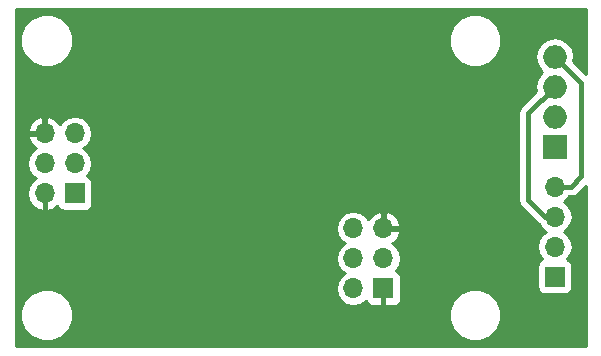
<source format=gbr>
G04 #@! TF.FileFunction,Copper,L2,Bot,Signal*
%FSLAX46Y46*%
G04 Gerber Fmt 4.6, Leading zero omitted, Abs format (unit mm)*
G04 Created by KiCad (PCBNEW 4.0.4-stable) date 02/21/17 16:43:53*
%MOMM*%
%LPD*%
G01*
G04 APERTURE LIST*
%ADD10C,0.100000*%
%ADD11R,1.700000X1.700000*%
%ADD12O,1.700000X1.700000*%
%ADD13O,1.998980X1.998980*%
%ADD14R,1.998980X1.998980*%
%ADD15C,0.400000*%
%ADD16C,0.250000*%
%ADD17C,0.254000*%
G04 APERTURE END LIST*
D10*
D11*
X46250000Y-44750000D03*
D12*
X43710000Y-44750000D03*
X46250000Y-42210000D03*
X43710000Y-42210000D03*
X46250000Y-39670000D03*
X43710000Y-39670000D03*
D11*
X20100000Y-36700000D03*
D12*
X17560000Y-36700000D03*
X20100000Y-34160000D03*
X17560000Y-34160000D03*
X20100000Y-31620000D03*
X17560000Y-31620000D03*
D13*
X60750000Y-25130000D03*
D14*
X60750000Y-32750000D03*
D13*
X60750000Y-30210000D03*
X60750000Y-27670000D03*
D11*
X60750000Y-43750000D03*
D12*
X60750000Y-41210000D03*
X60750000Y-38670000D03*
X60750000Y-36130000D03*
D15*
X46250000Y-44750000D02*
X46250000Y-46250000D01*
X17560000Y-38810000D02*
X17560000Y-36700000D01*
X25500000Y-46750000D02*
X17560000Y-38810000D01*
X45750000Y-46750000D02*
X25500000Y-46750000D01*
X46250000Y-46250000D02*
X45750000Y-46750000D01*
D16*
X60750000Y-38670000D02*
X59920000Y-38670000D01*
D15*
X59920000Y-38670000D02*
X58500000Y-37250000D01*
X58500000Y-37250000D02*
X58500000Y-29920000D01*
X58500000Y-29920000D02*
X60750000Y-27670000D01*
X60750000Y-36130000D02*
X62120000Y-36130000D01*
X63000000Y-27380000D02*
X60750000Y-25130000D01*
X63000000Y-35250000D02*
X63000000Y-27380000D01*
X62120000Y-36130000D02*
X63000000Y-35250000D01*
D17*
G36*
X63373000Y-26572131D02*
X62314542Y-25513674D01*
X62384490Y-25162022D01*
X62384490Y-25097978D01*
X62260072Y-24472486D01*
X61905759Y-23942219D01*
X61375492Y-23587906D01*
X60750000Y-23463488D01*
X60124508Y-23587906D01*
X59594241Y-23942219D01*
X59239928Y-24472486D01*
X59115510Y-25097978D01*
X59115510Y-25162022D01*
X59239928Y-25787514D01*
X59594241Y-26317781D01*
X59717290Y-26400000D01*
X59594241Y-26482219D01*
X59239928Y-27012486D01*
X59115510Y-27637978D01*
X59115510Y-27702022D01*
X59185458Y-28053674D01*
X57909566Y-29329566D01*
X57728561Y-29600459D01*
X57665000Y-29920000D01*
X57665000Y-37250000D01*
X57728561Y-37569541D01*
X57758936Y-37615000D01*
X57909566Y-37840434D01*
X59329566Y-39260434D01*
X59391313Y-39301692D01*
X59670853Y-39720054D01*
X60000026Y-39940000D01*
X59670853Y-40159946D01*
X59348946Y-40641715D01*
X59235907Y-41210000D01*
X59348946Y-41778285D01*
X59670853Y-42260054D01*
X59712452Y-42287850D01*
X59664683Y-42296838D01*
X59448559Y-42435910D01*
X59303569Y-42648110D01*
X59252560Y-42900000D01*
X59252560Y-44600000D01*
X59296838Y-44835317D01*
X59435910Y-45051441D01*
X59648110Y-45196431D01*
X59900000Y-45247440D01*
X61600000Y-45247440D01*
X61835317Y-45203162D01*
X62051441Y-45064090D01*
X62196431Y-44851890D01*
X62247440Y-44600000D01*
X62247440Y-42900000D01*
X62203162Y-42664683D01*
X62064090Y-42448559D01*
X61851890Y-42303569D01*
X61784459Y-42289914D01*
X61829147Y-42260054D01*
X62151054Y-41778285D01*
X62264093Y-41210000D01*
X62151054Y-40641715D01*
X61829147Y-40159946D01*
X61499974Y-39940000D01*
X61829147Y-39720054D01*
X62151054Y-39238285D01*
X62264093Y-38670000D01*
X62151054Y-38101715D01*
X61829147Y-37619946D01*
X61499974Y-37400000D01*
X61829147Y-37180054D01*
X61972841Y-36965000D01*
X62120000Y-36965000D01*
X62439541Y-36901439D01*
X62710434Y-36720434D01*
X63373000Y-36057868D01*
X63373000Y-49623000D01*
X15127000Y-49623000D01*
X15127000Y-47442619D01*
X15514613Y-47442619D01*
X15854155Y-48264372D01*
X16482321Y-48893636D01*
X17303481Y-49234611D01*
X18192619Y-49235387D01*
X19014372Y-48895845D01*
X19643636Y-48267679D01*
X19984611Y-47446519D01*
X19984614Y-47442619D01*
X51764613Y-47442619D01*
X52104155Y-48264372D01*
X52732321Y-48893636D01*
X53553481Y-49234611D01*
X54442619Y-49235387D01*
X55264372Y-48895845D01*
X55893636Y-48267679D01*
X56234611Y-47446519D01*
X56235387Y-46557381D01*
X55895845Y-45735628D01*
X55267679Y-45106364D01*
X54446519Y-44765389D01*
X53557381Y-44764613D01*
X52735628Y-45104155D01*
X52106364Y-45732321D01*
X51765389Y-46553481D01*
X51764613Y-47442619D01*
X19984614Y-47442619D01*
X19985387Y-46557381D01*
X19645845Y-45735628D01*
X19017679Y-45106364D01*
X18196519Y-44765389D01*
X17307381Y-44764613D01*
X16485628Y-45104155D01*
X15856364Y-45732321D01*
X15515389Y-46553481D01*
X15514613Y-47442619D01*
X15127000Y-47442619D01*
X15127000Y-39670000D01*
X42195907Y-39670000D01*
X42308946Y-40238285D01*
X42630853Y-40720054D01*
X42960026Y-40940000D01*
X42630853Y-41159946D01*
X42308946Y-41641715D01*
X42195907Y-42210000D01*
X42308946Y-42778285D01*
X42630853Y-43260054D01*
X42960026Y-43480000D01*
X42630853Y-43699946D01*
X42308946Y-44181715D01*
X42195907Y-44750000D01*
X42308946Y-45318285D01*
X42630853Y-45800054D01*
X43112622Y-46121961D01*
X43680907Y-46235000D01*
X43739093Y-46235000D01*
X44307378Y-46121961D01*
X44789147Y-45800054D01*
X44789971Y-45798821D01*
X44796838Y-45835317D01*
X44935910Y-46051441D01*
X45148110Y-46196431D01*
X45400000Y-46247440D01*
X47100000Y-46247440D01*
X47335317Y-46203162D01*
X47551441Y-46064090D01*
X47696431Y-45851890D01*
X47747440Y-45600000D01*
X47747440Y-43900000D01*
X47703162Y-43664683D01*
X47564090Y-43448559D01*
X47351890Y-43303569D01*
X47284459Y-43289914D01*
X47329147Y-43260054D01*
X47651054Y-42778285D01*
X47764093Y-42210000D01*
X47651054Y-41641715D01*
X47329147Y-41159946D01*
X46988447Y-40932298D01*
X47131358Y-40865183D01*
X47521645Y-40436924D01*
X47691476Y-40026890D01*
X47570155Y-39797000D01*
X46377000Y-39797000D01*
X46377000Y-39817000D01*
X46123000Y-39817000D01*
X46123000Y-39797000D01*
X46103000Y-39797000D01*
X46103000Y-39543000D01*
X46123000Y-39543000D01*
X46123000Y-38349181D01*
X46377000Y-38349181D01*
X46377000Y-39543000D01*
X47570155Y-39543000D01*
X47691476Y-39313110D01*
X47521645Y-38903076D01*
X47131358Y-38474817D01*
X46606892Y-38228514D01*
X46377000Y-38349181D01*
X46123000Y-38349181D01*
X45893108Y-38228514D01*
X45368642Y-38474817D01*
X44978355Y-38903076D01*
X44978345Y-38903101D01*
X44789147Y-38619946D01*
X44307378Y-38298039D01*
X43739093Y-38185000D01*
X43680907Y-38185000D01*
X43112622Y-38298039D01*
X42630853Y-38619946D01*
X42308946Y-39101715D01*
X42195907Y-39670000D01*
X15127000Y-39670000D01*
X15127000Y-34160000D01*
X16045907Y-34160000D01*
X16158946Y-34728285D01*
X16480853Y-35210054D01*
X16810026Y-35430000D01*
X16480853Y-35649946D01*
X16158946Y-36131715D01*
X16045907Y-36700000D01*
X16158946Y-37268285D01*
X16480853Y-37750054D01*
X16962622Y-38071961D01*
X17530907Y-38185000D01*
X17589093Y-38185000D01*
X18157378Y-38071961D01*
X18639147Y-37750054D01*
X18639971Y-37748821D01*
X18646838Y-37785317D01*
X18785910Y-38001441D01*
X18998110Y-38146431D01*
X19250000Y-38197440D01*
X20950000Y-38197440D01*
X21185317Y-38153162D01*
X21401441Y-38014090D01*
X21546431Y-37801890D01*
X21597440Y-37550000D01*
X21597440Y-35850000D01*
X21553162Y-35614683D01*
X21414090Y-35398559D01*
X21201890Y-35253569D01*
X21134459Y-35239914D01*
X21179147Y-35210054D01*
X21501054Y-34728285D01*
X21614093Y-34160000D01*
X21501054Y-33591715D01*
X21179147Y-33109946D01*
X20849974Y-32890000D01*
X21179147Y-32670054D01*
X21501054Y-32188285D01*
X21614093Y-31620000D01*
X21501054Y-31051715D01*
X21179147Y-30569946D01*
X20697378Y-30248039D01*
X20129093Y-30135000D01*
X20070907Y-30135000D01*
X19502622Y-30248039D01*
X19020853Y-30569946D01*
X18831655Y-30853101D01*
X18831645Y-30853076D01*
X18441358Y-30424817D01*
X17916892Y-30178514D01*
X17687000Y-30299181D01*
X17687000Y-31493000D01*
X17707000Y-31493000D01*
X17707000Y-31747000D01*
X17687000Y-31747000D01*
X17687000Y-31767000D01*
X17433000Y-31767000D01*
X17433000Y-31747000D01*
X16239845Y-31747000D01*
X16118524Y-31976890D01*
X16288355Y-32386924D01*
X16678642Y-32815183D01*
X16821553Y-32882298D01*
X16480853Y-33109946D01*
X16158946Y-33591715D01*
X16045907Y-34160000D01*
X15127000Y-34160000D01*
X15127000Y-31263110D01*
X16118524Y-31263110D01*
X16239845Y-31493000D01*
X17433000Y-31493000D01*
X17433000Y-30299181D01*
X17203108Y-30178514D01*
X16678642Y-30424817D01*
X16288355Y-30853076D01*
X16118524Y-31263110D01*
X15127000Y-31263110D01*
X15127000Y-24192619D01*
X15514613Y-24192619D01*
X15854155Y-25014372D01*
X16482321Y-25643636D01*
X17303481Y-25984611D01*
X18192619Y-25985387D01*
X19014372Y-25645845D01*
X19643636Y-25017679D01*
X19984611Y-24196519D01*
X19984614Y-24192619D01*
X51764613Y-24192619D01*
X52104155Y-25014372D01*
X52732321Y-25643636D01*
X53553481Y-25984611D01*
X54442619Y-25985387D01*
X55264372Y-25645845D01*
X55893636Y-25017679D01*
X56234611Y-24196519D01*
X56235387Y-23307381D01*
X55895845Y-22485628D01*
X55267679Y-21856364D01*
X54446519Y-21515389D01*
X53557381Y-21514613D01*
X52735628Y-21854155D01*
X52106364Y-22482321D01*
X51765389Y-23303481D01*
X51764613Y-24192619D01*
X19984614Y-24192619D01*
X19985387Y-23307381D01*
X19645845Y-22485628D01*
X19017679Y-21856364D01*
X18196519Y-21515389D01*
X17307381Y-21514613D01*
X16485628Y-21854155D01*
X15856364Y-22482321D01*
X15515389Y-23303481D01*
X15514613Y-24192619D01*
X15127000Y-24192619D01*
X15127000Y-21127000D01*
X63373000Y-21127000D01*
X63373000Y-26572131D01*
X63373000Y-26572131D01*
G37*
X63373000Y-26572131D02*
X62314542Y-25513674D01*
X62384490Y-25162022D01*
X62384490Y-25097978D01*
X62260072Y-24472486D01*
X61905759Y-23942219D01*
X61375492Y-23587906D01*
X60750000Y-23463488D01*
X60124508Y-23587906D01*
X59594241Y-23942219D01*
X59239928Y-24472486D01*
X59115510Y-25097978D01*
X59115510Y-25162022D01*
X59239928Y-25787514D01*
X59594241Y-26317781D01*
X59717290Y-26400000D01*
X59594241Y-26482219D01*
X59239928Y-27012486D01*
X59115510Y-27637978D01*
X59115510Y-27702022D01*
X59185458Y-28053674D01*
X57909566Y-29329566D01*
X57728561Y-29600459D01*
X57665000Y-29920000D01*
X57665000Y-37250000D01*
X57728561Y-37569541D01*
X57758936Y-37615000D01*
X57909566Y-37840434D01*
X59329566Y-39260434D01*
X59391313Y-39301692D01*
X59670853Y-39720054D01*
X60000026Y-39940000D01*
X59670853Y-40159946D01*
X59348946Y-40641715D01*
X59235907Y-41210000D01*
X59348946Y-41778285D01*
X59670853Y-42260054D01*
X59712452Y-42287850D01*
X59664683Y-42296838D01*
X59448559Y-42435910D01*
X59303569Y-42648110D01*
X59252560Y-42900000D01*
X59252560Y-44600000D01*
X59296838Y-44835317D01*
X59435910Y-45051441D01*
X59648110Y-45196431D01*
X59900000Y-45247440D01*
X61600000Y-45247440D01*
X61835317Y-45203162D01*
X62051441Y-45064090D01*
X62196431Y-44851890D01*
X62247440Y-44600000D01*
X62247440Y-42900000D01*
X62203162Y-42664683D01*
X62064090Y-42448559D01*
X61851890Y-42303569D01*
X61784459Y-42289914D01*
X61829147Y-42260054D01*
X62151054Y-41778285D01*
X62264093Y-41210000D01*
X62151054Y-40641715D01*
X61829147Y-40159946D01*
X61499974Y-39940000D01*
X61829147Y-39720054D01*
X62151054Y-39238285D01*
X62264093Y-38670000D01*
X62151054Y-38101715D01*
X61829147Y-37619946D01*
X61499974Y-37400000D01*
X61829147Y-37180054D01*
X61972841Y-36965000D01*
X62120000Y-36965000D01*
X62439541Y-36901439D01*
X62710434Y-36720434D01*
X63373000Y-36057868D01*
X63373000Y-49623000D01*
X15127000Y-49623000D01*
X15127000Y-47442619D01*
X15514613Y-47442619D01*
X15854155Y-48264372D01*
X16482321Y-48893636D01*
X17303481Y-49234611D01*
X18192619Y-49235387D01*
X19014372Y-48895845D01*
X19643636Y-48267679D01*
X19984611Y-47446519D01*
X19984614Y-47442619D01*
X51764613Y-47442619D01*
X52104155Y-48264372D01*
X52732321Y-48893636D01*
X53553481Y-49234611D01*
X54442619Y-49235387D01*
X55264372Y-48895845D01*
X55893636Y-48267679D01*
X56234611Y-47446519D01*
X56235387Y-46557381D01*
X55895845Y-45735628D01*
X55267679Y-45106364D01*
X54446519Y-44765389D01*
X53557381Y-44764613D01*
X52735628Y-45104155D01*
X52106364Y-45732321D01*
X51765389Y-46553481D01*
X51764613Y-47442619D01*
X19984614Y-47442619D01*
X19985387Y-46557381D01*
X19645845Y-45735628D01*
X19017679Y-45106364D01*
X18196519Y-44765389D01*
X17307381Y-44764613D01*
X16485628Y-45104155D01*
X15856364Y-45732321D01*
X15515389Y-46553481D01*
X15514613Y-47442619D01*
X15127000Y-47442619D01*
X15127000Y-39670000D01*
X42195907Y-39670000D01*
X42308946Y-40238285D01*
X42630853Y-40720054D01*
X42960026Y-40940000D01*
X42630853Y-41159946D01*
X42308946Y-41641715D01*
X42195907Y-42210000D01*
X42308946Y-42778285D01*
X42630853Y-43260054D01*
X42960026Y-43480000D01*
X42630853Y-43699946D01*
X42308946Y-44181715D01*
X42195907Y-44750000D01*
X42308946Y-45318285D01*
X42630853Y-45800054D01*
X43112622Y-46121961D01*
X43680907Y-46235000D01*
X43739093Y-46235000D01*
X44307378Y-46121961D01*
X44789147Y-45800054D01*
X44789971Y-45798821D01*
X44796838Y-45835317D01*
X44935910Y-46051441D01*
X45148110Y-46196431D01*
X45400000Y-46247440D01*
X47100000Y-46247440D01*
X47335317Y-46203162D01*
X47551441Y-46064090D01*
X47696431Y-45851890D01*
X47747440Y-45600000D01*
X47747440Y-43900000D01*
X47703162Y-43664683D01*
X47564090Y-43448559D01*
X47351890Y-43303569D01*
X47284459Y-43289914D01*
X47329147Y-43260054D01*
X47651054Y-42778285D01*
X47764093Y-42210000D01*
X47651054Y-41641715D01*
X47329147Y-41159946D01*
X46988447Y-40932298D01*
X47131358Y-40865183D01*
X47521645Y-40436924D01*
X47691476Y-40026890D01*
X47570155Y-39797000D01*
X46377000Y-39797000D01*
X46377000Y-39817000D01*
X46123000Y-39817000D01*
X46123000Y-39797000D01*
X46103000Y-39797000D01*
X46103000Y-39543000D01*
X46123000Y-39543000D01*
X46123000Y-38349181D01*
X46377000Y-38349181D01*
X46377000Y-39543000D01*
X47570155Y-39543000D01*
X47691476Y-39313110D01*
X47521645Y-38903076D01*
X47131358Y-38474817D01*
X46606892Y-38228514D01*
X46377000Y-38349181D01*
X46123000Y-38349181D01*
X45893108Y-38228514D01*
X45368642Y-38474817D01*
X44978355Y-38903076D01*
X44978345Y-38903101D01*
X44789147Y-38619946D01*
X44307378Y-38298039D01*
X43739093Y-38185000D01*
X43680907Y-38185000D01*
X43112622Y-38298039D01*
X42630853Y-38619946D01*
X42308946Y-39101715D01*
X42195907Y-39670000D01*
X15127000Y-39670000D01*
X15127000Y-34160000D01*
X16045907Y-34160000D01*
X16158946Y-34728285D01*
X16480853Y-35210054D01*
X16810026Y-35430000D01*
X16480853Y-35649946D01*
X16158946Y-36131715D01*
X16045907Y-36700000D01*
X16158946Y-37268285D01*
X16480853Y-37750054D01*
X16962622Y-38071961D01*
X17530907Y-38185000D01*
X17589093Y-38185000D01*
X18157378Y-38071961D01*
X18639147Y-37750054D01*
X18639971Y-37748821D01*
X18646838Y-37785317D01*
X18785910Y-38001441D01*
X18998110Y-38146431D01*
X19250000Y-38197440D01*
X20950000Y-38197440D01*
X21185317Y-38153162D01*
X21401441Y-38014090D01*
X21546431Y-37801890D01*
X21597440Y-37550000D01*
X21597440Y-35850000D01*
X21553162Y-35614683D01*
X21414090Y-35398559D01*
X21201890Y-35253569D01*
X21134459Y-35239914D01*
X21179147Y-35210054D01*
X21501054Y-34728285D01*
X21614093Y-34160000D01*
X21501054Y-33591715D01*
X21179147Y-33109946D01*
X20849974Y-32890000D01*
X21179147Y-32670054D01*
X21501054Y-32188285D01*
X21614093Y-31620000D01*
X21501054Y-31051715D01*
X21179147Y-30569946D01*
X20697378Y-30248039D01*
X20129093Y-30135000D01*
X20070907Y-30135000D01*
X19502622Y-30248039D01*
X19020853Y-30569946D01*
X18831655Y-30853101D01*
X18831645Y-30853076D01*
X18441358Y-30424817D01*
X17916892Y-30178514D01*
X17687000Y-30299181D01*
X17687000Y-31493000D01*
X17707000Y-31493000D01*
X17707000Y-31747000D01*
X17687000Y-31747000D01*
X17687000Y-31767000D01*
X17433000Y-31767000D01*
X17433000Y-31747000D01*
X16239845Y-31747000D01*
X16118524Y-31976890D01*
X16288355Y-32386924D01*
X16678642Y-32815183D01*
X16821553Y-32882298D01*
X16480853Y-33109946D01*
X16158946Y-33591715D01*
X16045907Y-34160000D01*
X15127000Y-34160000D01*
X15127000Y-31263110D01*
X16118524Y-31263110D01*
X16239845Y-31493000D01*
X17433000Y-31493000D01*
X17433000Y-30299181D01*
X17203108Y-30178514D01*
X16678642Y-30424817D01*
X16288355Y-30853076D01*
X16118524Y-31263110D01*
X15127000Y-31263110D01*
X15127000Y-24192619D01*
X15514613Y-24192619D01*
X15854155Y-25014372D01*
X16482321Y-25643636D01*
X17303481Y-25984611D01*
X18192619Y-25985387D01*
X19014372Y-25645845D01*
X19643636Y-25017679D01*
X19984611Y-24196519D01*
X19984614Y-24192619D01*
X51764613Y-24192619D01*
X52104155Y-25014372D01*
X52732321Y-25643636D01*
X53553481Y-25984611D01*
X54442619Y-25985387D01*
X55264372Y-25645845D01*
X55893636Y-25017679D01*
X56234611Y-24196519D01*
X56235387Y-23307381D01*
X55895845Y-22485628D01*
X55267679Y-21856364D01*
X54446519Y-21515389D01*
X53557381Y-21514613D01*
X52735628Y-21854155D01*
X52106364Y-22482321D01*
X51765389Y-23303481D01*
X51764613Y-24192619D01*
X19984614Y-24192619D01*
X19985387Y-23307381D01*
X19645845Y-22485628D01*
X19017679Y-21856364D01*
X18196519Y-21515389D01*
X17307381Y-21514613D01*
X16485628Y-21854155D01*
X15856364Y-22482321D01*
X15515389Y-23303481D01*
X15514613Y-24192619D01*
X15127000Y-24192619D01*
X15127000Y-21127000D01*
X63373000Y-21127000D01*
X63373000Y-26572131D01*
M02*

</source>
